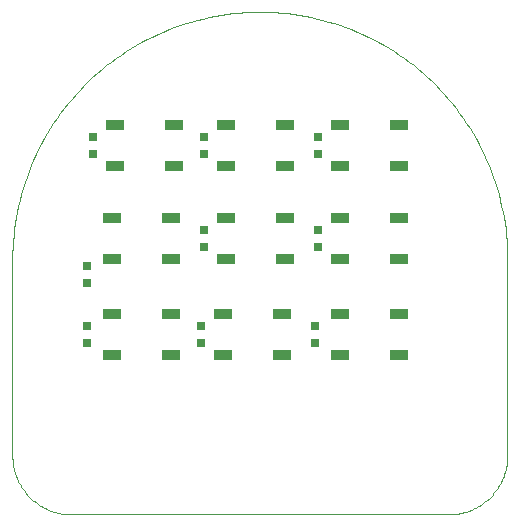
<source format=gtp>
G75*
%MOIN*%
%OFA0B0*%
%FSLAX25Y25*%
%IPPOS*%
%LPD*%
%AMOC8*
5,1,8,0,0,1.08239X$1,22.5*
%
%ADD10R,0.03150X0.03150*%
%ADD11R,0.05906X0.03543*%
%ADD12C,0.00000*%
D10*
X0029800Y0081053D03*
X0029800Y0086959D03*
X0029800Y0101053D03*
X0029800Y0106959D03*
X0031800Y0144053D03*
X0031800Y0149959D03*
X0068800Y0149959D03*
X0068800Y0144053D03*
X0068800Y0118959D03*
X0068800Y0113053D03*
X0067800Y0086959D03*
X0067800Y0081053D03*
X0105800Y0081053D03*
X0105800Y0086959D03*
X0106800Y0113053D03*
X0106800Y0118959D03*
X0106800Y0144053D03*
X0106800Y0149959D03*
D11*
X0113957Y0153699D03*
X0113957Y0140313D03*
X0113957Y0122699D03*
X0113957Y0109313D03*
X0113957Y0090699D03*
X0113957Y0077313D03*
X0094643Y0077313D03*
X0094643Y0090699D03*
X0095643Y0109313D03*
X0095643Y0122699D03*
X0095643Y0140313D03*
X0095643Y0153699D03*
X0075957Y0153699D03*
X0075957Y0140313D03*
X0075957Y0122699D03*
X0075957Y0109313D03*
X0074957Y0090699D03*
X0074957Y0077313D03*
X0057643Y0077313D03*
X0057643Y0090699D03*
X0057643Y0109313D03*
X0057643Y0122699D03*
X0058643Y0140313D03*
X0058643Y0153699D03*
X0038957Y0153699D03*
X0038957Y0140313D03*
X0037957Y0122699D03*
X0037957Y0109313D03*
X0037957Y0090699D03*
X0037957Y0077313D03*
X0133643Y0077313D03*
X0133643Y0090699D03*
X0133643Y0109313D03*
X0133643Y0122699D03*
X0133643Y0140313D03*
X0133643Y0153699D03*
D12*
X0150115Y0024006D02*
X0024485Y0024006D01*
X0024009Y0024012D01*
X0023534Y0024029D01*
X0023059Y0024058D01*
X0022585Y0024098D01*
X0022112Y0024150D01*
X0021641Y0024213D01*
X0021171Y0024287D01*
X0020703Y0024373D01*
X0020237Y0024470D01*
X0019774Y0024578D01*
X0019314Y0024697D01*
X0018856Y0024828D01*
X0018402Y0024969D01*
X0017951Y0025122D01*
X0017505Y0025285D01*
X0017062Y0025459D01*
X0016624Y0025644D01*
X0016190Y0025839D01*
X0015761Y0026045D01*
X0015337Y0026261D01*
X0014918Y0026487D01*
X0014505Y0026723D01*
X0014098Y0026969D01*
X0013697Y0027225D01*
X0013303Y0027491D01*
X0012914Y0027766D01*
X0012533Y0028050D01*
X0012159Y0028343D01*
X0011791Y0028645D01*
X0011431Y0028957D01*
X0011079Y0029276D01*
X0010735Y0029604D01*
X0010398Y0029941D01*
X0010070Y0030285D01*
X0009751Y0030637D01*
X0009439Y0030997D01*
X0009137Y0031365D01*
X0008844Y0031739D01*
X0008560Y0032120D01*
X0008285Y0032509D01*
X0008019Y0032903D01*
X0007763Y0033304D01*
X0007517Y0033711D01*
X0007281Y0034124D01*
X0007055Y0034543D01*
X0006839Y0034967D01*
X0006633Y0035396D01*
X0006438Y0035830D01*
X0006253Y0036268D01*
X0006079Y0036711D01*
X0005916Y0037157D01*
X0005763Y0037608D01*
X0005622Y0038062D01*
X0005491Y0038520D01*
X0005372Y0038980D01*
X0005264Y0039443D01*
X0005167Y0039909D01*
X0005081Y0040377D01*
X0005007Y0040847D01*
X0004944Y0041318D01*
X0004892Y0041791D01*
X0004852Y0042265D01*
X0004823Y0042740D01*
X0004806Y0043215D01*
X0004800Y0043691D01*
X0004800Y0109006D01*
X0004824Y0111015D01*
X0004898Y0113023D01*
X0005020Y0115028D01*
X0005191Y0117030D01*
X0005411Y0119027D01*
X0005679Y0121018D01*
X0005996Y0123002D01*
X0006361Y0124978D01*
X0006774Y0126944D01*
X0007234Y0128900D01*
X0007743Y0130843D01*
X0008298Y0132774D01*
X0008900Y0134691D01*
X0009549Y0136592D01*
X0010244Y0138478D01*
X0010984Y0140345D01*
X0011770Y0142194D01*
X0012601Y0144024D01*
X0013475Y0145832D01*
X0014394Y0147619D01*
X0015356Y0149383D01*
X0016360Y0151123D01*
X0017407Y0152838D01*
X0018495Y0154527D01*
X0019624Y0156189D01*
X0020793Y0157823D01*
X0022002Y0159428D01*
X0023249Y0161003D01*
X0024534Y0162547D01*
X0025856Y0164060D01*
X0027215Y0165540D01*
X0028610Y0166986D01*
X0030039Y0168398D01*
X0031502Y0169775D01*
X0032998Y0171116D01*
X0034527Y0172419D01*
X0036087Y0173686D01*
X0037677Y0174914D01*
X0039297Y0176102D01*
X0040945Y0177251D01*
X0042620Y0178360D01*
X0044322Y0179427D01*
X0046050Y0180453D01*
X0047802Y0181436D01*
X0049578Y0182377D01*
X0051375Y0183274D01*
X0053194Y0184126D01*
X0055034Y0184935D01*
X0056892Y0185698D01*
X0058769Y0186415D01*
X0060662Y0187087D01*
X0062572Y0187713D01*
X0064496Y0188292D01*
X0066433Y0188823D01*
X0068383Y0189308D01*
X0070344Y0189745D01*
X0072315Y0190134D01*
X0074295Y0190475D01*
X0076283Y0190767D01*
X0078277Y0191011D01*
X0080276Y0191206D01*
X0082280Y0191353D01*
X0084287Y0191451D01*
X0086295Y0191500D01*
X0088305Y0191500D01*
X0090313Y0191451D01*
X0092320Y0191353D01*
X0094324Y0191206D01*
X0096323Y0191011D01*
X0098317Y0190767D01*
X0100305Y0190475D01*
X0102285Y0190134D01*
X0104256Y0189745D01*
X0106217Y0189308D01*
X0108167Y0188823D01*
X0110104Y0188292D01*
X0112028Y0187713D01*
X0113938Y0187087D01*
X0115831Y0186415D01*
X0117708Y0185698D01*
X0119566Y0184935D01*
X0121406Y0184126D01*
X0123225Y0183274D01*
X0125022Y0182377D01*
X0126798Y0181436D01*
X0128550Y0180453D01*
X0130278Y0179427D01*
X0131980Y0178360D01*
X0133655Y0177251D01*
X0135303Y0176102D01*
X0136923Y0174914D01*
X0138513Y0173686D01*
X0140073Y0172419D01*
X0141602Y0171116D01*
X0143098Y0169775D01*
X0144561Y0168398D01*
X0145990Y0166986D01*
X0147385Y0165540D01*
X0148744Y0164060D01*
X0150066Y0162547D01*
X0151351Y0161003D01*
X0152598Y0159428D01*
X0153807Y0157823D01*
X0154976Y0156189D01*
X0156105Y0154527D01*
X0157193Y0152838D01*
X0158240Y0151123D01*
X0159244Y0149383D01*
X0160206Y0147619D01*
X0161125Y0145832D01*
X0161999Y0144024D01*
X0162830Y0142194D01*
X0163616Y0140345D01*
X0164356Y0138478D01*
X0165051Y0136592D01*
X0165700Y0134691D01*
X0166302Y0132774D01*
X0166857Y0130843D01*
X0167366Y0128900D01*
X0167826Y0126944D01*
X0168239Y0124978D01*
X0168604Y0123002D01*
X0168921Y0121018D01*
X0169189Y0119027D01*
X0169409Y0117030D01*
X0169580Y0115028D01*
X0169702Y0113023D01*
X0169776Y0111015D01*
X0169800Y0109006D01*
X0169800Y0043691D01*
X0169794Y0043215D01*
X0169777Y0042740D01*
X0169748Y0042265D01*
X0169708Y0041791D01*
X0169656Y0041318D01*
X0169593Y0040847D01*
X0169519Y0040377D01*
X0169433Y0039909D01*
X0169336Y0039443D01*
X0169228Y0038980D01*
X0169109Y0038520D01*
X0168978Y0038062D01*
X0168837Y0037608D01*
X0168684Y0037157D01*
X0168521Y0036711D01*
X0168347Y0036268D01*
X0168162Y0035830D01*
X0167967Y0035396D01*
X0167761Y0034967D01*
X0167545Y0034543D01*
X0167319Y0034124D01*
X0167083Y0033711D01*
X0166837Y0033304D01*
X0166581Y0032903D01*
X0166315Y0032509D01*
X0166040Y0032120D01*
X0165756Y0031739D01*
X0165463Y0031365D01*
X0165161Y0030997D01*
X0164849Y0030637D01*
X0164530Y0030285D01*
X0164202Y0029941D01*
X0163865Y0029604D01*
X0163521Y0029276D01*
X0163169Y0028957D01*
X0162809Y0028645D01*
X0162441Y0028343D01*
X0162067Y0028050D01*
X0161686Y0027766D01*
X0161297Y0027491D01*
X0160903Y0027225D01*
X0160502Y0026969D01*
X0160095Y0026723D01*
X0159682Y0026487D01*
X0159263Y0026261D01*
X0158839Y0026045D01*
X0158410Y0025839D01*
X0157976Y0025644D01*
X0157538Y0025459D01*
X0157095Y0025285D01*
X0156649Y0025122D01*
X0156198Y0024969D01*
X0155744Y0024828D01*
X0155286Y0024697D01*
X0154826Y0024578D01*
X0154363Y0024470D01*
X0153897Y0024373D01*
X0153429Y0024287D01*
X0152959Y0024213D01*
X0152488Y0024150D01*
X0152015Y0024098D01*
X0151541Y0024058D01*
X0151066Y0024029D01*
X0150591Y0024012D01*
X0150115Y0024006D01*
M02*

</source>
